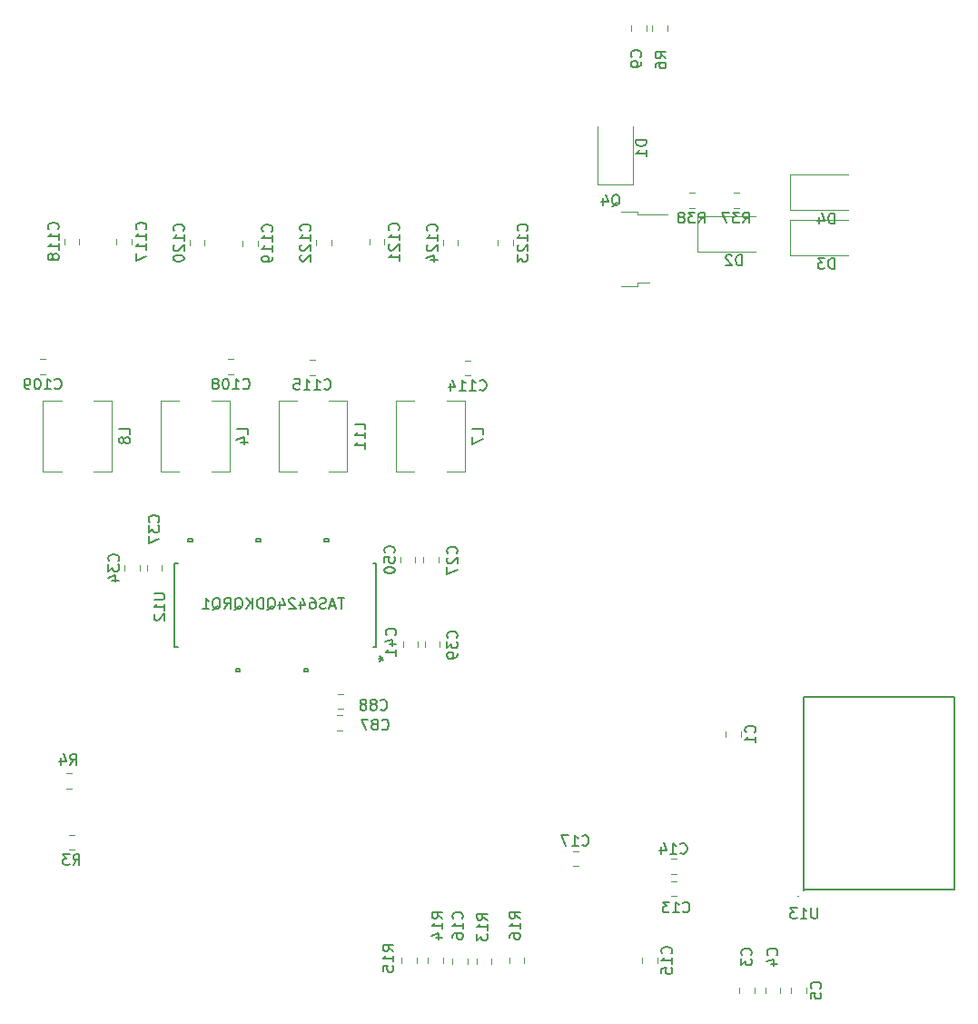
<source format=gbr>
G04 #@! TF.GenerationSoftware,KiCad,Pcbnew,5.0.2+dfsg1-1*
G04 #@! TF.CreationDate,2020-12-14T19:14:29+08:00*
G04 #@! TF.ProjectId,digital-amplifier2,64696769-7461-46c2-9d61-6d706c696669,rev?*
G04 #@! TF.SameCoordinates,Original*
G04 #@! TF.FileFunction,Legend,Bot*
G04 #@! TF.FilePolarity,Positive*
%FSLAX46Y46*%
G04 Gerber Fmt 4.6, Leading zero omitted, Abs format (unit mm)*
G04 Created by KiCad (PCBNEW 5.0.2+dfsg1-1) date 2020年12月14日 星期一 19时14分29秒*
%MOMM*%
%LPD*%
G01*
G04 APERTURE LIST*
%ADD10C,0.152400*%
%ADD11C,0.120000*%
%ADD12C,0.150000*%
G04 APERTURE END LIST*
D10*
G04 #@! TO.C,U12*
X82034420Y-100863771D02*
X82034420Y-100609771D01*
X81653420Y-100863771D02*
X82034420Y-100863771D01*
X81653420Y-100609771D02*
X81653420Y-100863771D01*
X82034420Y-100609771D02*
X81653420Y-100609771D01*
X75684420Y-100863771D02*
X75684420Y-100609771D01*
X75303420Y-100863771D02*
X75684420Y-100863771D01*
X75303420Y-100609771D02*
X75303420Y-100863771D01*
X75684420Y-100609771D02*
X75303420Y-100609771D01*
X69334420Y-100863771D02*
X69334420Y-100609771D01*
X68953420Y-100863771D02*
X69334420Y-100863771D01*
X68953420Y-100609771D02*
X68953420Y-100863771D01*
X69334420Y-100609771D02*
X68953420Y-100609771D01*
X73779420Y-112741771D02*
X73779420Y-112995771D01*
X73398420Y-112741771D02*
X73779420Y-112741771D01*
X73398420Y-112995771D02*
X73398420Y-112741771D01*
X73779420Y-112995771D02*
X73398420Y-112995771D01*
X80129420Y-112741771D02*
X80129420Y-112995771D01*
X79748420Y-112741771D02*
X80129420Y-112741771D01*
X79748420Y-112995771D02*
X79748420Y-112741771D01*
X80129420Y-112995771D02*
X79748420Y-112995771D01*
X86196660Y-102880770D02*
X86478422Y-102880770D01*
X67966180Y-110724772D02*
X67684418Y-110724772D01*
X86478422Y-110724772D02*
X86196660Y-110724772D01*
X86478422Y-102880770D02*
X86478422Y-110724772D01*
X67684418Y-102880770D02*
X67966180Y-102880770D01*
X67684418Y-110724772D02*
X67684418Y-102880770D01*
D11*
G04 #@! TO.C,C39*
X92404000Y-110685078D02*
X92404000Y-110167922D01*
X90984000Y-110685078D02*
X90984000Y-110167922D01*
G04 #@! TO.C,C37*
X65076000Y-103055922D02*
X65076000Y-103573078D01*
X66496000Y-103055922D02*
X66496000Y-103573078D01*
G04 #@! TO.C,C34*
X64400500Y-103055922D02*
X64400500Y-103573078D01*
X62980500Y-103055922D02*
X62980500Y-103573078D01*
G04 #@! TO.C,C50*
X90118000Y-102293922D02*
X90118000Y-102811078D01*
X88698000Y-102293922D02*
X88698000Y-102811078D01*
G04 #@! TO.C,C41*
X90372000Y-110685078D02*
X90372000Y-110167922D01*
X88952000Y-110685078D02*
X88952000Y-110167922D01*
G04 #@! TO.C,D2*
X116424500Y-73849500D02*
X116424500Y-70549500D01*
X116424500Y-70549500D02*
X121824500Y-70549500D01*
X116424500Y-73849500D02*
X121824500Y-73849500D01*
G04 #@! TO.C,Q4*
X109301000Y-70146500D02*
X110801000Y-70146500D01*
X110801000Y-70146500D02*
X110801000Y-70416500D01*
X110801000Y-70416500D02*
X113631000Y-70416500D01*
X109301000Y-77046500D02*
X110801000Y-77046500D01*
X110801000Y-77046500D02*
X110801000Y-76776500D01*
X110801000Y-76776500D02*
X111901000Y-76776500D01*
G04 #@! TO.C,R37*
X119756422Y-69798000D02*
X120273578Y-69798000D01*
X119756422Y-68378000D02*
X120273578Y-68378000D01*
G04 #@! TO.C,R38*
X115628922Y-68378000D02*
X116146078Y-68378000D01*
X115628922Y-69798000D02*
X116146078Y-69798000D01*
D12*
G04 #@! TO.C,U13*
X126347220Y-133357620D02*
X126347220Y-115346480D01*
X126347220Y-115346480D02*
X140337540Y-115346480D01*
X140337540Y-115346480D02*
X140337540Y-133322060D01*
X140337540Y-133322060D02*
X126362460Y-133322060D01*
X125841760Y-133865620D02*
X125844300Y-133863080D01*
D11*
G04 #@! TO.C,C17*
X105287578Y-129719000D02*
X104770422Y-129719000D01*
X105287578Y-131139000D02*
X104770422Y-131139000D01*
G04 #@! TO.C,D4*
X125060500Y-69976000D02*
X130460500Y-69976000D01*
X125060500Y-66676000D02*
X130460500Y-66676000D01*
X125060500Y-69976000D02*
X125060500Y-66676000D01*
G04 #@! TO.C,D1*
X110362000Y-67598500D02*
X110362000Y-62198500D01*
X107062000Y-67598500D02*
X107062000Y-62198500D01*
X110362000Y-67598500D02*
X107062000Y-67598500D01*
G04 #@! TO.C,D3*
X125028500Y-74167000D02*
X125028500Y-70867000D01*
X125028500Y-70867000D02*
X130428500Y-70867000D01*
X125028500Y-74167000D02*
X130428500Y-74167000D01*
G04 #@! TO.C,C16*
X93574800Y-140212578D02*
X93574800Y-139695422D01*
X94994800Y-140212578D02*
X94994800Y-139695422D01*
G04 #@! TO.C,C1*
X120458300Y-119079778D02*
X120458300Y-118562622D01*
X119038300Y-119079778D02*
X119038300Y-118562622D01*
G04 #@! TO.C,C3*
X120282900Y-142930378D02*
X120282900Y-142413222D01*
X121702900Y-142930378D02*
X121702900Y-142413222D01*
G04 #@! TO.C,C4*
X122734000Y-142943078D02*
X122734000Y-142425922D01*
X124154000Y-142943078D02*
X124154000Y-142425922D01*
G04 #@! TO.C,C5*
X126567000Y-142955778D02*
X126567000Y-142438622D01*
X125147000Y-142955778D02*
X125147000Y-142438622D01*
G04 #@! TO.C,C9*
X111644500Y-53293778D02*
X111644500Y-52776622D01*
X110224500Y-53293778D02*
X110224500Y-52776622D01*
G04 #@! TO.C,C13*
X114444278Y-132513000D02*
X113927122Y-132513000D01*
X114444278Y-133933000D02*
X113927122Y-133933000D01*
G04 #@! TO.C,C15*
X112660500Y-140149078D02*
X112660500Y-139631922D01*
X111240500Y-140149078D02*
X111240500Y-139631922D01*
G04 #@! TO.C,C27*
X90857000Y-102293922D02*
X90857000Y-102811078D01*
X92277000Y-102293922D02*
X92277000Y-102811078D01*
G04 #@! TO.C,C14*
X114444278Y-131875600D02*
X113927122Y-131875600D01*
X114444278Y-130455600D02*
X113927122Y-130455600D01*
G04 #@! TO.C,C124*
X94082131Y-72764840D02*
X94082131Y-73281996D01*
X92662131Y-72764840D02*
X92662131Y-73281996D01*
G04 #@! TO.C,C87*
X82829942Y-118481897D02*
X83347098Y-118481897D01*
X82829942Y-117061897D02*
X83347098Y-117061897D01*
G04 #@! TO.C,C88*
X82855342Y-115055297D02*
X83372498Y-115055297D01*
X82855342Y-116475297D02*
X83372498Y-116475297D01*
G04 #@! TO.C,C108*
X72666553Y-83870418D02*
X73183709Y-83870418D01*
X72666553Y-85290418D02*
X73183709Y-85290418D01*
G04 #@! TO.C,C109*
X55113422Y-85292000D02*
X55630578Y-85292000D01*
X55113422Y-83872000D02*
X55630578Y-83872000D01*
G04 #@! TO.C,C123*
X99225631Y-73281996D02*
X99225631Y-72764840D01*
X97805631Y-73281996D02*
X97805631Y-72764840D01*
G04 #@! TO.C,C122*
X82271131Y-72764840D02*
X82271131Y-73281996D01*
X80851131Y-72764840D02*
X80851131Y-73281996D01*
G04 #@! TO.C,C121*
X87224131Y-73218496D02*
X87224131Y-72701340D01*
X85804131Y-73218496D02*
X85804131Y-72701340D01*
G04 #@! TO.C,C120*
X70460131Y-72764840D02*
X70460131Y-73281996D01*
X69040131Y-72764840D02*
X69040131Y-73281996D01*
G04 #@! TO.C,C119*
X75413131Y-73345496D02*
X75413131Y-72828340D01*
X73993131Y-73345496D02*
X73993131Y-72828340D01*
G04 #@! TO.C,C118*
X58776131Y-72637840D02*
X58776131Y-73154996D01*
X57356131Y-72637840D02*
X57356131Y-73154996D01*
G04 #@! TO.C,C117*
X63665631Y-73154996D02*
X63665631Y-72637840D01*
X62245631Y-73154996D02*
X62245631Y-72637840D01*
G04 #@! TO.C,C115*
X80248453Y-85341218D02*
X80765609Y-85341218D01*
X80248453Y-83921218D02*
X80765609Y-83921218D01*
G04 #@! TO.C,C114*
X94737422Y-83999000D02*
X95254578Y-83999000D01*
X94737422Y-85419000D02*
X95254578Y-85419000D01*
G04 #@! TO.C,L11*
X83757402Y-87732325D02*
X82057402Y-87732325D01*
X83757402Y-94332325D02*
X83757402Y-87732325D01*
X82057402Y-94332325D02*
X83757402Y-94332325D01*
X77357402Y-94332325D02*
X79057402Y-94332325D01*
X77357402Y-87732325D02*
X77357402Y-94332325D01*
X79057402Y-87732325D02*
X77357402Y-87732325D01*
G04 #@! TO.C,L8*
X57104546Y-87732325D02*
X55404546Y-87732325D01*
X55404546Y-87732325D02*
X55404546Y-94332325D01*
X55404546Y-94332325D02*
X57104546Y-94332325D01*
X60104546Y-94332325D02*
X61804546Y-94332325D01*
X61804546Y-94332325D02*
X61804546Y-87732325D01*
X61804546Y-87732325D02*
X60104546Y-87732325D01*
G04 #@! TO.C,L7*
X94733830Y-87732325D02*
X93033830Y-87732325D01*
X94733830Y-94332325D02*
X94733830Y-87732325D01*
X93033830Y-94332325D02*
X94733830Y-94332325D01*
X88333830Y-94332325D02*
X90033830Y-94332325D01*
X88333830Y-87732325D02*
X88333830Y-94332325D01*
X90033830Y-87732325D02*
X88333830Y-87732325D01*
G04 #@! TO.C,L4*
X68080974Y-87732325D02*
X66380974Y-87732325D01*
X66380974Y-87732325D02*
X66380974Y-94332325D01*
X66380974Y-94332325D02*
X68080974Y-94332325D01*
X71080974Y-94332325D02*
X72780974Y-94332325D01*
X72780974Y-94332325D02*
X72780974Y-87732325D01*
X72780974Y-87732325D02*
X71080974Y-87732325D01*
G04 #@! TO.C,R13*
X95810000Y-139695422D02*
X95810000Y-140212578D01*
X97230000Y-139695422D02*
X97230000Y-140212578D01*
G04 #@! TO.C,R14*
X91263400Y-140187178D02*
X91263400Y-139670022D01*
X92683400Y-140187178D02*
X92683400Y-139670022D01*
G04 #@! TO.C,R15*
X90219600Y-140161778D02*
X90219600Y-139644622D01*
X88799600Y-140161778D02*
X88799600Y-139644622D01*
G04 #@! TO.C,R16*
X98858000Y-140149078D02*
X98858000Y-139631922D01*
X100278000Y-140149078D02*
X100278000Y-139631922D01*
G04 #@! TO.C,R4*
X57526422Y-122480000D02*
X58043578Y-122480000D01*
X57526422Y-123900000D02*
X58043578Y-123900000D01*
G04 #@! TO.C,R6*
X112193000Y-53281078D02*
X112193000Y-52763922D01*
X113613000Y-53281078D02*
X113613000Y-52763922D01*
G04 #@! TO.C,R3*
X57780422Y-128195000D02*
X58297578Y-128195000D01*
X57780422Y-129615000D02*
X58297578Y-129615000D01*
G04 #@! TO.C,U12*
D12*
X65746380Y-105695904D02*
X66555904Y-105695904D01*
X66651142Y-105743523D01*
X66698761Y-105791142D01*
X66746380Y-105886380D01*
X66746380Y-106076857D01*
X66698761Y-106172095D01*
X66651142Y-106219714D01*
X66555904Y-106267333D01*
X65746380Y-106267333D01*
X66746380Y-107267333D02*
X66746380Y-106695904D01*
X66746380Y-106981619D02*
X65746380Y-106981619D01*
X65889238Y-106886380D01*
X65984476Y-106791142D01*
X66032095Y-106695904D01*
X65841619Y-107648285D02*
X65794000Y-107695904D01*
X65746380Y-107791142D01*
X65746380Y-108029238D01*
X65794000Y-108124476D01*
X65841619Y-108172095D01*
X65936857Y-108219714D01*
X66032095Y-108219714D01*
X66174952Y-108172095D01*
X66746380Y-107600666D01*
X66746380Y-108219714D01*
X83477857Y-106132380D02*
X82906428Y-106132380D01*
X83192142Y-107132380D02*
X83192142Y-106132380D01*
X82620714Y-106846666D02*
X82144523Y-106846666D01*
X82715952Y-107132380D02*
X82382619Y-106132380D01*
X82049285Y-107132380D01*
X81763571Y-107084761D02*
X81620714Y-107132380D01*
X81382619Y-107132380D01*
X81287380Y-107084761D01*
X81239761Y-107037142D01*
X81192142Y-106941904D01*
X81192142Y-106846666D01*
X81239761Y-106751428D01*
X81287380Y-106703809D01*
X81382619Y-106656190D01*
X81573095Y-106608571D01*
X81668333Y-106560952D01*
X81715952Y-106513333D01*
X81763571Y-106418095D01*
X81763571Y-106322857D01*
X81715952Y-106227619D01*
X81668333Y-106180000D01*
X81573095Y-106132380D01*
X81335000Y-106132380D01*
X81192142Y-106180000D01*
X80335000Y-106132380D02*
X80525476Y-106132380D01*
X80620714Y-106180000D01*
X80668333Y-106227619D01*
X80763571Y-106370476D01*
X80811190Y-106560952D01*
X80811190Y-106941904D01*
X80763571Y-107037142D01*
X80715952Y-107084761D01*
X80620714Y-107132380D01*
X80430238Y-107132380D01*
X80335000Y-107084761D01*
X80287380Y-107037142D01*
X80239761Y-106941904D01*
X80239761Y-106703809D01*
X80287380Y-106608571D01*
X80335000Y-106560952D01*
X80430238Y-106513333D01*
X80620714Y-106513333D01*
X80715952Y-106560952D01*
X80763571Y-106608571D01*
X80811190Y-106703809D01*
X79382619Y-106465714D02*
X79382619Y-107132380D01*
X79620714Y-106084761D02*
X79858809Y-106799047D01*
X79239761Y-106799047D01*
X78906428Y-106227619D02*
X78858809Y-106180000D01*
X78763571Y-106132380D01*
X78525476Y-106132380D01*
X78430238Y-106180000D01*
X78382619Y-106227619D01*
X78335000Y-106322857D01*
X78335000Y-106418095D01*
X78382619Y-106560952D01*
X78954047Y-107132380D01*
X78335000Y-107132380D01*
X77477857Y-106465714D02*
X77477857Y-107132380D01*
X77715952Y-106084761D02*
X77954047Y-106799047D01*
X77335000Y-106799047D01*
X76287380Y-107227619D02*
X76382619Y-107180000D01*
X76477857Y-107084761D01*
X76620714Y-106941904D01*
X76715952Y-106894285D01*
X76811190Y-106894285D01*
X76763571Y-107132380D02*
X76858809Y-107084761D01*
X76954047Y-106989523D01*
X77001666Y-106799047D01*
X77001666Y-106465714D01*
X76954047Y-106275238D01*
X76858809Y-106180000D01*
X76763571Y-106132380D01*
X76573095Y-106132380D01*
X76477857Y-106180000D01*
X76382619Y-106275238D01*
X76335000Y-106465714D01*
X76335000Y-106799047D01*
X76382619Y-106989523D01*
X76477857Y-107084761D01*
X76573095Y-107132380D01*
X76763571Y-107132380D01*
X75906428Y-107132380D02*
X75906428Y-106132380D01*
X75668333Y-106132380D01*
X75525476Y-106180000D01*
X75430238Y-106275238D01*
X75382619Y-106370476D01*
X75335000Y-106560952D01*
X75335000Y-106703809D01*
X75382619Y-106894285D01*
X75430238Y-106989523D01*
X75525476Y-107084761D01*
X75668333Y-107132380D01*
X75906428Y-107132380D01*
X74906428Y-107132380D02*
X74906428Y-106132380D01*
X74335000Y-107132380D02*
X74763571Y-106560952D01*
X74335000Y-106132380D02*
X74906428Y-106703809D01*
X73239761Y-107227619D02*
X73335000Y-107180000D01*
X73430238Y-107084761D01*
X73573095Y-106941904D01*
X73668333Y-106894285D01*
X73763571Y-106894285D01*
X73715952Y-107132380D02*
X73811190Y-107084761D01*
X73906428Y-106989523D01*
X73954047Y-106799047D01*
X73954047Y-106465714D01*
X73906428Y-106275238D01*
X73811190Y-106180000D01*
X73715952Y-106132380D01*
X73525476Y-106132380D01*
X73430238Y-106180000D01*
X73335000Y-106275238D01*
X73287380Y-106465714D01*
X73287380Y-106799047D01*
X73335000Y-106989523D01*
X73430238Y-107084761D01*
X73525476Y-107132380D01*
X73715952Y-107132380D01*
X72287380Y-107132380D02*
X72620714Y-106656190D01*
X72858809Y-107132380D02*
X72858809Y-106132380D01*
X72477857Y-106132380D01*
X72382619Y-106180000D01*
X72335000Y-106227619D01*
X72287380Y-106322857D01*
X72287380Y-106465714D01*
X72335000Y-106560952D01*
X72382619Y-106608571D01*
X72477857Y-106656190D01*
X72858809Y-106656190D01*
X71192142Y-107227619D02*
X71287380Y-107180000D01*
X71382619Y-107084761D01*
X71525476Y-106941904D01*
X71620714Y-106894285D01*
X71715952Y-106894285D01*
X71668333Y-107132380D02*
X71763571Y-107084761D01*
X71858809Y-106989523D01*
X71906428Y-106799047D01*
X71906428Y-106465714D01*
X71858809Y-106275238D01*
X71763571Y-106180000D01*
X71668333Y-106132380D01*
X71477857Y-106132380D01*
X71382619Y-106180000D01*
X71287380Y-106275238D01*
X71239761Y-106465714D01*
X71239761Y-106799047D01*
X71287380Y-106989523D01*
X71382619Y-107084761D01*
X71477857Y-107132380D01*
X71668333Y-107132380D01*
X70287380Y-107132380D02*
X70858809Y-107132380D01*
X70573095Y-107132380D02*
X70573095Y-106132380D01*
X70668333Y-106275238D01*
X70763571Y-106370476D01*
X70858809Y-106418095D01*
X86669300Y-111796770D02*
X86907396Y-111796770D01*
X86812158Y-111558674D02*
X86907396Y-111796770D01*
X86812158Y-112034865D01*
X87097872Y-111653912D02*
X86907396Y-111796770D01*
X87097872Y-111939627D01*
X86669300Y-111796770D02*
X86907396Y-111796770D01*
X86812158Y-111558674D02*
X86907396Y-111796770D01*
X86812158Y-112034865D01*
X87097872Y-111653912D02*
X86907396Y-111796770D01*
X87097872Y-111939627D01*
G04 #@! TO.C,C39*
X93956142Y-109847142D02*
X94003761Y-109799523D01*
X94051380Y-109656666D01*
X94051380Y-109561428D01*
X94003761Y-109418571D01*
X93908523Y-109323333D01*
X93813285Y-109275714D01*
X93622809Y-109228095D01*
X93479952Y-109228095D01*
X93289476Y-109275714D01*
X93194238Y-109323333D01*
X93099000Y-109418571D01*
X93051380Y-109561428D01*
X93051380Y-109656666D01*
X93099000Y-109799523D01*
X93146619Y-109847142D01*
X93051380Y-110180476D02*
X93051380Y-110799523D01*
X93432333Y-110466190D01*
X93432333Y-110609047D01*
X93479952Y-110704285D01*
X93527571Y-110751904D01*
X93622809Y-110799523D01*
X93860904Y-110799523D01*
X93956142Y-110751904D01*
X94003761Y-110704285D01*
X94051380Y-110609047D01*
X94051380Y-110323333D01*
X94003761Y-110228095D01*
X93956142Y-110180476D01*
X94051380Y-111275714D02*
X94051380Y-111466190D01*
X94003761Y-111561428D01*
X93956142Y-111609047D01*
X93813285Y-111704285D01*
X93622809Y-111751904D01*
X93241857Y-111751904D01*
X93146619Y-111704285D01*
X93099000Y-111656666D01*
X93051380Y-111561428D01*
X93051380Y-111370952D01*
X93099000Y-111275714D01*
X93146619Y-111228095D01*
X93241857Y-111180476D01*
X93479952Y-111180476D01*
X93575190Y-111228095D01*
X93622809Y-111275714D01*
X93670428Y-111370952D01*
X93670428Y-111561428D01*
X93622809Y-111656666D01*
X93575190Y-111704285D01*
X93479952Y-111751904D01*
G04 #@! TO.C,C37*
X66143142Y-99052142D02*
X66190761Y-99004523D01*
X66238380Y-98861666D01*
X66238380Y-98766428D01*
X66190761Y-98623571D01*
X66095523Y-98528333D01*
X66000285Y-98480714D01*
X65809809Y-98433095D01*
X65666952Y-98433095D01*
X65476476Y-98480714D01*
X65381238Y-98528333D01*
X65286000Y-98623571D01*
X65238380Y-98766428D01*
X65238380Y-98861666D01*
X65286000Y-99004523D01*
X65333619Y-99052142D01*
X65238380Y-99385476D02*
X65238380Y-100004523D01*
X65619333Y-99671190D01*
X65619333Y-99814047D01*
X65666952Y-99909285D01*
X65714571Y-99956904D01*
X65809809Y-100004523D01*
X66047904Y-100004523D01*
X66143142Y-99956904D01*
X66190761Y-99909285D01*
X66238380Y-99814047D01*
X66238380Y-99528333D01*
X66190761Y-99433095D01*
X66143142Y-99385476D01*
X65238380Y-100337857D02*
X65238380Y-101004523D01*
X66238380Y-100575952D01*
G04 #@! TO.C,C34*
X62397642Y-102671642D02*
X62445261Y-102624023D01*
X62492880Y-102481166D01*
X62492880Y-102385928D01*
X62445261Y-102243071D01*
X62350023Y-102147833D01*
X62254785Y-102100214D01*
X62064309Y-102052595D01*
X61921452Y-102052595D01*
X61730976Y-102100214D01*
X61635738Y-102147833D01*
X61540500Y-102243071D01*
X61492880Y-102385928D01*
X61492880Y-102481166D01*
X61540500Y-102624023D01*
X61588119Y-102671642D01*
X61492880Y-103004976D02*
X61492880Y-103624023D01*
X61873833Y-103290690D01*
X61873833Y-103433547D01*
X61921452Y-103528785D01*
X61969071Y-103576404D01*
X62064309Y-103624023D01*
X62302404Y-103624023D01*
X62397642Y-103576404D01*
X62445261Y-103528785D01*
X62492880Y-103433547D01*
X62492880Y-103147833D01*
X62445261Y-103052595D01*
X62397642Y-103004976D01*
X61826214Y-104481166D02*
X62492880Y-104481166D01*
X61445261Y-104243071D02*
X62159547Y-104004976D01*
X62159547Y-104624023D01*
G04 #@! TO.C,C50*
X88115142Y-101909642D02*
X88162761Y-101862023D01*
X88210380Y-101719166D01*
X88210380Y-101623928D01*
X88162761Y-101481071D01*
X88067523Y-101385833D01*
X87972285Y-101338214D01*
X87781809Y-101290595D01*
X87638952Y-101290595D01*
X87448476Y-101338214D01*
X87353238Y-101385833D01*
X87258000Y-101481071D01*
X87210380Y-101623928D01*
X87210380Y-101719166D01*
X87258000Y-101862023D01*
X87305619Y-101909642D01*
X87210380Y-102814404D02*
X87210380Y-102338214D01*
X87686571Y-102290595D01*
X87638952Y-102338214D01*
X87591333Y-102433452D01*
X87591333Y-102671547D01*
X87638952Y-102766785D01*
X87686571Y-102814404D01*
X87781809Y-102862023D01*
X88019904Y-102862023D01*
X88115142Y-102814404D01*
X88162761Y-102766785D01*
X88210380Y-102671547D01*
X88210380Y-102433452D01*
X88162761Y-102338214D01*
X88115142Y-102290595D01*
X87210380Y-103481071D02*
X87210380Y-103576309D01*
X87258000Y-103671547D01*
X87305619Y-103719166D01*
X87400857Y-103766785D01*
X87591333Y-103814404D01*
X87829428Y-103814404D01*
X88019904Y-103766785D01*
X88115142Y-103719166D01*
X88162761Y-103671547D01*
X88210380Y-103576309D01*
X88210380Y-103481071D01*
X88162761Y-103385833D01*
X88115142Y-103338214D01*
X88019904Y-103290595D01*
X87829428Y-103242976D01*
X87591333Y-103242976D01*
X87400857Y-103290595D01*
X87305619Y-103338214D01*
X87258000Y-103385833D01*
X87210380Y-103481071D01*
G04 #@! TO.C,C41*
X88241142Y-109593142D02*
X88288761Y-109545523D01*
X88336380Y-109402666D01*
X88336380Y-109307428D01*
X88288761Y-109164571D01*
X88193523Y-109069333D01*
X88098285Y-109021714D01*
X87907809Y-108974095D01*
X87764952Y-108974095D01*
X87574476Y-109021714D01*
X87479238Y-109069333D01*
X87384000Y-109164571D01*
X87336380Y-109307428D01*
X87336380Y-109402666D01*
X87384000Y-109545523D01*
X87431619Y-109593142D01*
X87669714Y-110450285D02*
X88336380Y-110450285D01*
X87288761Y-110212190D02*
X88003047Y-109974095D01*
X88003047Y-110593142D01*
X88336380Y-111497904D02*
X88336380Y-110926476D01*
X88336380Y-111212190D02*
X87336380Y-111212190D01*
X87479238Y-111116952D01*
X87574476Y-111021714D01*
X87622095Y-110926476D01*
G04 #@! TO.C,D2*
X120562595Y-75151880D02*
X120562595Y-74151880D01*
X120324500Y-74151880D01*
X120181642Y-74199500D01*
X120086404Y-74294738D01*
X120038785Y-74389976D01*
X119991166Y-74580452D01*
X119991166Y-74723309D01*
X120038785Y-74913785D01*
X120086404Y-75009023D01*
X120181642Y-75104261D01*
X120324500Y-75151880D01*
X120562595Y-75151880D01*
X119610214Y-74247119D02*
X119562595Y-74199500D01*
X119467357Y-74151880D01*
X119229261Y-74151880D01*
X119134023Y-74199500D01*
X119086404Y-74247119D01*
X119038785Y-74342357D01*
X119038785Y-74437595D01*
X119086404Y-74580452D01*
X119657833Y-75151880D01*
X119038785Y-75151880D01*
G04 #@! TO.C,Q4*
X108426238Y-69644119D02*
X108521476Y-69596500D01*
X108616714Y-69501261D01*
X108759571Y-69358404D01*
X108854809Y-69310785D01*
X108950047Y-69310785D01*
X108902428Y-69548880D02*
X108997666Y-69501261D01*
X109092904Y-69406023D01*
X109140523Y-69215547D01*
X109140523Y-68882214D01*
X109092904Y-68691738D01*
X108997666Y-68596500D01*
X108902428Y-68548880D01*
X108711952Y-68548880D01*
X108616714Y-68596500D01*
X108521476Y-68691738D01*
X108473857Y-68882214D01*
X108473857Y-69215547D01*
X108521476Y-69406023D01*
X108616714Y-69501261D01*
X108711952Y-69548880D01*
X108902428Y-69548880D01*
X107616714Y-68882214D02*
X107616714Y-69548880D01*
X107854809Y-68501261D02*
X108092904Y-69215547D01*
X107473857Y-69215547D01*
G04 #@! TO.C,R37*
X120657857Y-71190380D02*
X120991190Y-70714190D01*
X121229285Y-71190380D02*
X121229285Y-70190380D01*
X120848333Y-70190380D01*
X120753095Y-70238000D01*
X120705476Y-70285619D01*
X120657857Y-70380857D01*
X120657857Y-70523714D01*
X120705476Y-70618952D01*
X120753095Y-70666571D01*
X120848333Y-70714190D01*
X121229285Y-70714190D01*
X120324523Y-70190380D02*
X119705476Y-70190380D01*
X120038809Y-70571333D01*
X119895952Y-70571333D01*
X119800714Y-70618952D01*
X119753095Y-70666571D01*
X119705476Y-70761809D01*
X119705476Y-70999904D01*
X119753095Y-71095142D01*
X119800714Y-71142761D01*
X119895952Y-71190380D01*
X120181666Y-71190380D01*
X120276904Y-71142761D01*
X120324523Y-71095142D01*
X119372142Y-70190380D02*
X118705476Y-70190380D01*
X119134047Y-71190380D01*
G04 #@! TO.C,R38*
X116530357Y-71190380D02*
X116863690Y-70714190D01*
X117101785Y-71190380D02*
X117101785Y-70190380D01*
X116720833Y-70190380D01*
X116625595Y-70238000D01*
X116577976Y-70285619D01*
X116530357Y-70380857D01*
X116530357Y-70523714D01*
X116577976Y-70618952D01*
X116625595Y-70666571D01*
X116720833Y-70714190D01*
X117101785Y-70714190D01*
X116197023Y-70190380D02*
X115577976Y-70190380D01*
X115911309Y-70571333D01*
X115768452Y-70571333D01*
X115673214Y-70618952D01*
X115625595Y-70666571D01*
X115577976Y-70761809D01*
X115577976Y-70999904D01*
X115625595Y-71095142D01*
X115673214Y-71142761D01*
X115768452Y-71190380D01*
X116054166Y-71190380D01*
X116149404Y-71142761D01*
X116197023Y-71095142D01*
X115006547Y-70618952D02*
X115101785Y-70571333D01*
X115149404Y-70523714D01*
X115197023Y-70428476D01*
X115197023Y-70380857D01*
X115149404Y-70285619D01*
X115101785Y-70238000D01*
X115006547Y-70190380D01*
X114816071Y-70190380D01*
X114720833Y-70238000D01*
X114673214Y-70285619D01*
X114625595Y-70380857D01*
X114625595Y-70428476D01*
X114673214Y-70523714D01*
X114720833Y-70571333D01*
X114816071Y-70618952D01*
X115006547Y-70618952D01*
X115101785Y-70666571D01*
X115149404Y-70714190D01*
X115197023Y-70809428D01*
X115197023Y-70999904D01*
X115149404Y-71095142D01*
X115101785Y-71142761D01*
X115006547Y-71190380D01*
X114816071Y-71190380D01*
X114720833Y-71142761D01*
X114673214Y-71095142D01*
X114625595Y-70999904D01*
X114625595Y-70809428D01*
X114673214Y-70714190D01*
X114720833Y-70666571D01*
X114816071Y-70618952D01*
G04 #@! TO.C,U13*
X127598015Y-135012180D02*
X127598015Y-135821704D01*
X127550396Y-135916942D01*
X127502777Y-135964561D01*
X127407539Y-136012180D01*
X127217062Y-136012180D01*
X127121824Y-135964561D01*
X127074205Y-135916942D01*
X127026586Y-135821704D01*
X127026586Y-135012180D01*
X126026586Y-136012180D02*
X126598015Y-136012180D01*
X126312300Y-136012180D02*
X126312300Y-135012180D01*
X126407539Y-135155038D01*
X126502777Y-135250276D01*
X126598015Y-135297895D01*
X125693253Y-135012180D02*
X125074205Y-135012180D01*
X125407539Y-135393133D01*
X125264681Y-135393133D01*
X125169443Y-135440752D01*
X125121824Y-135488371D01*
X125074205Y-135583609D01*
X125074205Y-135821704D01*
X125121824Y-135916942D01*
X125169443Y-135964561D01*
X125264681Y-136012180D01*
X125550396Y-136012180D01*
X125645634Y-135964561D01*
X125693253Y-135916942D01*
G04 #@! TO.C,C17*
X105671857Y-129136142D02*
X105719476Y-129183761D01*
X105862333Y-129231380D01*
X105957571Y-129231380D01*
X106100428Y-129183761D01*
X106195666Y-129088523D01*
X106243285Y-128993285D01*
X106290904Y-128802809D01*
X106290904Y-128659952D01*
X106243285Y-128469476D01*
X106195666Y-128374238D01*
X106100428Y-128279000D01*
X105957571Y-128231380D01*
X105862333Y-128231380D01*
X105719476Y-128279000D01*
X105671857Y-128326619D01*
X104719476Y-129231380D02*
X105290904Y-129231380D01*
X105005190Y-129231380D02*
X105005190Y-128231380D01*
X105100428Y-128374238D01*
X105195666Y-128469476D01*
X105290904Y-128517095D01*
X104386142Y-128231380D02*
X103719476Y-128231380D01*
X104148047Y-129231380D01*
G04 #@! TO.C,D4*
X129198595Y-71278380D02*
X129198595Y-70278380D01*
X128960500Y-70278380D01*
X128817642Y-70326000D01*
X128722404Y-70421238D01*
X128674785Y-70516476D01*
X128627166Y-70706952D01*
X128627166Y-70849809D01*
X128674785Y-71040285D01*
X128722404Y-71135523D01*
X128817642Y-71230761D01*
X128960500Y-71278380D01*
X129198595Y-71278380D01*
X127770023Y-70611714D02*
X127770023Y-71278380D01*
X128008119Y-70230761D02*
X128246214Y-70945047D01*
X127627166Y-70945047D01*
G04 #@! TO.C,D1*
X111664380Y-63460404D02*
X110664380Y-63460404D01*
X110664380Y-63698500D01*
X110712000Y-63841357D01*
X110807238Y-63936595D01*
X110902476Y-63984214D01*
X111092952Y-64031833D01*
X111235809Y-64031833D01*
X111426285Y-63984214D01*
X111521523Y-63936595D01*
X111616761Y-63841357D01*
X111664380Y-63698500D01*
X111664380Y-63460404D01*
X111664380Y-64984214D02*
X111664380Y-64412785D01*
X111664380Y-64698500D02*
X110664380Y-64698500D01*
X110807238Y-64603261D01*
X110902476Y-64508023D01*
X110950095Y-64412785D01*
G04 #@! TO.C,D3*
X129166595Y-75469380D02*
X129166595Y-74469380D01*
X128928500Y-74469380D01*
X128785642Y-74517000D01*
X128690404Y-74612238D01*
X128642785Y-74707476D01*
X128595166Y-74897952D01*
X128595166Y-75040809D01*
X128642785Y-75231285D01*
X128690404Y-75326523D01*
X128785642Y-75421761D01*
X128928500Y-75469380D01*
X129166595Y-75469380D01*
X128261833Y-74469380D02*
X127642785Y-74469380D01*
X127976119Y-74850333D01*
X127833261Y-74850333D01*
X127738023Y-74897952D01*
X127690404Y-74945571D01*
X127642785Y-75040809D01*
X127642785Y-75278904D01*
X127690404Y-75374142D01*
X127738023Y-75421761D01*
X127833261Y-75469380D01*
X128118976Y-75469380D01*
X128214214Y-75421761D01*
X128261833Y-75374142D01*
G04 #@! TO.C,C16*
X94464142Y-136009142D02*
X94511761Y-135961523D01*
X94559380Y-135818666D01*
X94559380Y-135723428D01*
X94511761Y-135580571D01*
X94416523Y-135485333D01*
X94321285Y-135437714D01*
X94130809Y-135390095D01*
X93987952Y-135390095D01*
X93797476Y-135437714D01*
X93702238Y-135485333D01*
X93607000Y-135580571D01*
X93559380Y-135723428D01*
X93559380Y-135818666D01*
X93607000Y-135961523D01*
X93654619Y-136009142D01*
X94559380Y-136961523D02*
X94559380Y-136390095D01*
X94559380Y-136675809D02*
X93559380Y-136675809D01*
X93702238Y-136580571D01*
X93797476Y-136485333D01*
X93845095Y-136390095D01*
X93559380Y-137818666D02*
X93559380Y-137628190D01*
X93607000Y-137532952D01*
X93654619Y-137485333D01*
X93797476Y-137390095D01*
X93987952Y-137342476D01*
X94368904Y-137342476D01*
X94464142Y-137390095D01*
X94511761Y-137437714D01*
X94559380Y-137532952D01*
X94559380Y-137723428D01*
X94511761Y-137818666D01*
X94464142Y-137866285D01*
X94368904Y-137913904D01*
X94130809Y-137913904D01*
X94035571Y-137866285D01*
X93987952Y-137818666D01*
X93940333Y-137723428D01*
X93940333Y-137532952D01*
X93987952Y-137437714D01*
X94035571Y-137390095D01*
X94130809Y-137342476D01*
G04 #@! TO.C,C1*
X121755442Y-118654533D02*
X121803061Y-118606914D01*
X121850680Y-118464057D01*
X121850680Y-118368819D01*
X121803061Y-118225961D01*
X121707823Y-118130723D01*
X121612585Y-118083104D01*
X121422109Y-118035485D01*
X121279252Y-118035485D01*
X121088776Y-118083104D01*
X120993538Y-118130723D01*
X120898300Y-118225961D01*
X120850680Y-118368819D01*
X120850680Y-118464057D01*
X120898300Y-118606914D01*
X120945919Y-118654533D01*
X121850680Y-119606914D02*
X121850680Y-119035485D01*
X121850680Y-119321200D02*
X120850680Y-119321200D01*
X120993538Y-119225961D01*
X121088776Y-119130723D01*
X121136395Y-119035485D01*
G04 #@! TO.C,C3*
X121388142Y-139406333D02*
X121435761Y-139358714D01*
X121483380Y-139215857D01*
X121483380Y-139120619D01*
X121435761Y-138977761D01*
X121340523Y-138882523D01*
X121245285Y-138834904D01*
X121054809Y-138787285D01*
X120911952Y-138787285D01*
X120721476Y-138834904D01*
X120626238Y-138882523D01*
X120531000Y-138977761D01*
X120483380Y-139120619D01*
X120483380Y-139215857D01*
X120531000Y-139358714D01*
X120578619Y-139406333D01*
X120483380Y-139739666D02*
X120483380Y-140358714D01*
X120864333Y-140025380D01*
X120864333Y-140168238D01*
X120911952Y-140263476D01*
X120959571Y-140311095D01*
X121054809Y-140358714D01*
X121292904Y-140358714D01*
X121388142Y-140311095D01*
X121435761Y-140263476D01*
X121483380Y-140168238D01*
X121483380Y-139882523D01*
X121435761Y-139787285D01*
X121388142Y-139739666D01*
G04 #@! TO.C,C4*
X123801142Y-139406333D02*
X123848761Y-139358714D01*
X123896380Y-139215857D01*
X123896380Y-139120619D01*
X123848761Y-138977761D01*
X123753523Y-138882523D01*
X123658285Y-138834904D01*
X123467809Y-138787285D01*
X123324952Y-138787285D01*
X123134476Y-138834904D01*
X123039238Y-138882523D01*
X122944000Y-138977761D01*
X122896380Y-139120619D01*
X122896380Y-139215857D01*
X122944000Y-139358714D01*
X122991619Y-139406333D01*
X123229714Y-140263476D02*
X123896380Y-140263476D01*
X122848761Y-140025380D02*
X123563047Y-139787285D01*
X123563047Y-140406333D01*
G04 #@! TO.C,C5*
X127864142Y-142530533D02*
X127911761Y-142482914D01*
X127959380Y-142340057D01*
X127959380Y-142244819D01*
X127911761Y-142101961D01*
X127816523Y-142006723D01*
X127721285Y-141959104D01*
X127530809Y-141911485D01*
X127387952Y-141911485D01*
X127197476Y-141959104D01*
X127102238Y-142006723D01*
X127007000Y-142101961D01*
X126959380Y-142244819D01*
X126959380Y-142340057D01*
X127007000Y-142482914D01*
X127054619Y-142530533D01*
X126959380Y-143435295D02*
X126959380Y-142959104D01*
X127435571Y-142911485D01*
X127387952Y-142959104D01*
X127340333Y-143054342D01*
X127340333Y-143292438D01*
X127387952Y-143387676D01*
X127435571Y-143435295D01*
X127530809Y-143482914D01*
X127768904Y-143482914D01*
X127864142Y-143435295D01*
X127911761Y-143387676D01*
X127959380Y-143292438D01*
X127959380Y-143054342D01*
X127911761Y-142959104D01*
X127864142Y-142911485D01*
G04 #@! TO.C,C9*
X111101142Y-55713333D02*
X111148761Y-55665714D01*
X111196380Y-55522857D01*
X111196380Y-55427619D01*
X111148761Y-55284761D01*
X111053523Y-55189523D01*
X110958285Y-55141904D01*
X110767809Y-55094285D01*
X110624952Y-55094285D01*
X110434476Y-55141904D01*
X110339238Y-55189523D01*
X110244000Y-55284761D01*
X110196380Y-55427619D01*
X110196380Y-55522857D01*
X110244000Y-55665714D01*
X110291619Y-55713333D01*
X111196380Y-56189523D02*
X111196380Y-56380000D01*
X111148761Y-56475238D01*
X111101142Y-56522857D01*
X110958285Y-56618095D01*
X110767809Y-56665714D01*
X110386857Y-56665714D01*
X110291619Y-56618095D01*
X110244000Y-56570476D01*
X110196380Y-56475238D01*
X110196380Y-56284761D01*
X110244000Y-56189523D01*
X110291619Y-56141904D01*
X110386857Y-56094285D01*
X110624952Y-56094285D01*
X110720190Y-56141904D01*
X110767809Y-56189523D01*
X110815428Y-56284761D01*
X110815428Y-56475238D01*
X110767809Y-56570476D01*
X110720190Y-56618095D01*
X110624952Y-56665714D01*
G04 #@! TO.C,C13*
X115069857Y-135358142D02*
X115117476Y-135405761D01*
X115260333Y-135453380D01*
X115355571Y-135453380D01*
X115498428Y-135405761D01*
X115593666Y-135310523D01*
X115641285Y-135215285D01*
X115688904Y-135024809D01*
X115688904Y-134881952D01*
X115641285Y-134691476D01*
X115593666Y-134596238D01*
X115498428Y-134501000D01*
X115355571Y-134453380D01*
X115260333Y-134453380D01*
X115117476Y-134501000D01*
X115069857Y-134548619D01*
X114117476Y-135453380D02*
X114688904Y-135453380D01*
X114403190Y-135453380D02*
X114403190Y-134453380D01*
X114498428Y-134596238D01*
X114593666Y-134691476D01*
X114688904Y-134739095D01*
X113784142Y-134453380D02*
X113165095Y-134453380D01*
X113498428Y-134834333D01*
X113355571Y-134834333D01*
X113260333Y-134881952D01*
X113212714Y-134929571D01*
X113165095Y-135024809D01*
X113165095Y-135262904D01*
X113212714Y-135358142D01*
X113260333Y-135405761D01*
X113355571Y-135453380D01*
X113641285Y-135453380D01*
X113736523Y-135405761D01*
X113784142Y-135358142D01*
G04 #@! TO.C,C15*
X113957642Y-139247642D02*
X114005261Y-139200023D01*
X114052880Y-139057166D01*
X114052880Y-138961928D01*
X114005261Y-138819071D01*
X113910023Y-138723833D01*
X113814785Y-138676214D01*
X113624309Y-138628595D01*
X113481452Y-138628595D01*
X113290976Y-138676214D01*
X113195738Y-138723833D01*
X113100500Y-138819071D01*
X113052880Y-138961928D01*
X113052880Y-139057166D01*
X113100500Y-139200023D01*
X113148119Y-139247642D01*
X114052880Y-140200023D02*
X114052880Y-139628595D01*
X114052880Y-139914309D02*
X113052880Y-139914309D01*
X113195738Y-139819071D01*
X113290976Y-139723833D01*
X113338595Y-139628595D01*
X113052880Y-141104785D02*
X113052880Y-140628595D01*
X113529071Y-140580976D01*
X113481452Y-140628595D01*
X113433833Y-140723833D01*
X113433833Y-140961928D01*
X113481452Y-141057166D01*
X113529071Y-141104785D01*
X113624309Y-141152404D01*
X113862404Y-141152404D01*
X113957642Y-141104785D01*
X114005261Y-141057166D01*
X114052880Y-140961928D01*
X114052880Y-140723833D01*
X114005261Y-140628595D01*
X113957642Y-140580976D01*
G04 #@! TO.C,C27*
X93956142Y-101973142D02*
X94003761Y-101925523D01*
X94051380Y-101782666D01*
X94051380Y-101687428D01*
X94003761Y-101544571D01*
X93908523Y-101449333D01*
X93813285Y-101401714D01*
X93622809Y-101354095D01*
X93479952Y-101354095D01*
X93289476Y-101401714D01*
X93194238Y-101449333D01*
X93099000Y-101544571D01*
X93051380Y-101687428D01*
X93051380Y-101782666D01*
X93099000Y-101925523D01*
X93146619Y-101973142D01*
X93146619Y-102354095D02*
X93099000Y-102401714D01*
X93051380Y-102496952D01*
X93051380Y-102735047D01*
X93099000Y-102830285D01*
X93146619Y-102877904D01*
X93241857Y-102925523D01*
X93337095Y-102925523D01*
X93479952Y-102877904D01*
X94051380Y-102306476D01*
X94051380Y-102925523D01*
X93051380Y-103258857D02*
X93051380Y-103925523D01*
X94051380Y-103496952D01*
G04 #@! TO.C,C14*
X114828557Y-129872742D02*
X114876176Y-129920361D01*
X115019033Y-129967980D01*
X115114271Y-129967980D01*
X115257128Y-129920361D01*
X115352366Y-129825123D01*
X115399985Y-129729885D01*
X115447604Y-129539409D01*
X115447604Y-129396552D01*
X115399985Y-129206076D01*
X115352366Y-129110838D01*
X115257128Y-129015600D01*
X115114271Y-128967980D01*
X115019033Y-128967980D01*
X114876176Y-129015600D01*
X114828557Y-129063219D01*
X113876176Y-129967980D02*
X114447604Y-129967980D01*
X114161890Y-129967980D02*
X114161890Y-128967980D01*
X114257128Y-129110838D01*
X114352366Y-129206076D01*
X114447604Y-129253695D01*
X113019033Y-129301314D02*
X113019033Y-129967980D01*
X113257128Y-128920361D02*
X113495223Y-129634647D01*
X112876176Y-129634647D01*
G04 #@! TO.C,C124*
X92079273Y-71904370D02*
X92126892Y-71856751D01*
X92174511Y-71713894D01*
X92174511Y-71618656D01*
X92126892Y-71475798D01*
X92031654Y-71380560D01*
X91936416Y-71332941D01*
X91745940Y-71285322D01*
X91603083Y-71285322D01*
X91412607Y-71332941D01*
X91317369Y-71380560D01*
X91222131Y-71475798D01*
X91174511Y-71618656D01*
X91174511Y-71713894D01*
X91222131Y-71856751D01*
X91269750Y-71904370D01*
X92174511Y-72856751D02*
X92174511Y-72285322D01*
X92174511Y-72571037D02*
X91174511Y-72571037D01*
X91317369Y-72475798D01*
X91412607Y-72380560D01*
X91460226Y-72285322D01*
X91269750Y-73237703D02*
X91222131Y-73285322D01*
X91174511Y-73380560D01*
X91174511Y-73618656D01*
X91222131Y-73713894D01*
X91269750Y-73761513D01*
X91364988Y-73809132D01*
X91460226Y-73809132D01*
X91603083Y-73761513D01*
X92174511Y-73190084D01*
X92174511Y-73809132D01*
X91507845Y-74666275D02*
X92174511Y-74666275D01*
X91126892Y-74428179D02*
X91841178Y-74190084D01*
X91841178Y-74809132D01*
G04 #@! TO.C,C87*
X87002857Y-118340142D02*
X87050476Y-118387761D01*
X87193333Y-118435380D01*
X87288571Y-118435380D01*
X87431428Y-118387761D01*
X87526666Y-118292523D01*
X87574285Y-118197285D01*
X87621904Y-118006809D01*
X87621904Y-117863952D01*
X87574285Y-117673476D01*
X87526666Y-117578238D01*
X87431428Y-117483000D01*
X87288571Y-117435380D01*
X87193333Y-117435380D01*
X87050476Y-117483000D01*
X87002857Y-117530619D01*
X86431428Y-117863952D02*
X86526666Y-117816333D01*
X86574285Y-117768714D01*
X86621904Y-117673476D01*
X86621904Y-117625857D01*
X86574285Y-117530619D01*
X86526666Y-117483000D01*
X86431428Y-117435380D01*
X86240952Y-117435380D01*
X86145714Y-117483000D01*
X86098095Y-117530619D01*
X86050476Y-117625857D01*
X86050476Y-117673476D01*
X86098095Y-117768714D01*
X86145714Y-117816333D01*
X86240952Y-117863952D01*
X86431428Y-117863952D01*
X86526666Y-117911571D01*
X86574285Y-117959190D01*
X86621904Y-118054428D01*
X86621904Y-118244904D01*
X86574285Y-118340142D01*
X86526666Y-118387761D01*
X86431428Y-118435380D01*
X86240952Y-118435380D01*
X86145714Y-118387761D01*
X86098095Y-118340142D01*
X86050476Y-118244904D01*
X86050476Y-118054428D01*
X86098095Y-117959190D01*
X86145714Y-117911571D01*
X86240952Y-117863952D01*
X85717142Y-117435380D02*
X85050476Y-117435380D01*
X85479047Y-118435380D01*
G04 #@! TO.C,C88*
X86875857Y-116498642D02*
X86923476Y-116546261D01*
X87066333Y-116593880D01*
X87161571Y-116593880D01*
X87304428Y-116546261D01*
X87399666Y-116451023D01*
X87447285Y-116355785D01*
X87494904Y-116165309D01*
X87494904Y-116022452D01*
X87447285Y-115831976D01*
X87399666Y-115736738D01*
X87304428Y-115641500D01*
X87161571Y-115593880D01*
X87066333Y-115593880D01*
X86923476Y-115641500D01*
X86875857Y-115689119D01*
X86304428Y-116022452D02*
X86399666Y-115974833D01*
X86447285Y-115927214D01*
X86494904Y-115831976D01*
X86494904Y-115784357D01*
X86447285Y-115689119D01*
X86399666Y-115641500D01*
X86304428Y-115593880D01*
X86113952Y-115593880D01*
X86018714Y-115641500D01*
X85971095Y-115689119D01*
X85923476Y-115784357D01*
X85923476Y-115831976D01*
X85971095Y-115927214D01*
X86018714Y-115974833D01*
X86113952Y-116022452D01*
X86304428Y-116022452D01*
X86399666Y-116070071D01*
X86447285Y-116117690D01*
X86494904Y-116212928D01*
X86494904Y-116403404D01*
X86447285Y-116498642D01*
X86399666Y-116546261D01*
X86304428Y-116593880D01*
X86113952Y-116593880D01*
X86018714Y-116546261D01*
X85971095Y-116498642D01*
X85923476Y-116403404D01*
X85923476Y-116212928D01*
X85971095Y-116117690D01*
X86018714Y-116070071D01*
X86113952Y-116022452D01*
X85352047Y-116022452D02*
X85447285Y-115974833D01*
X85494904Y-115927214D01*
X85542523Y-115831976D01*
X85542523Y-115784357D01*
X85494904Y-115689119D01*
X85447285Y-115641500D01*
X85352047Y-115593880D01*
X85161571Y-115593880D01*
X85066333Y-115641500D01*
X85018714Y-115689119D01*
X84971095Y-115784357D01*
X84971095Y-115831976D01*
X85018714Y-115927214D01*
X85066333Y-115974833D01*
X85161571Y-116022452D01*
X85352047Y-116022452D01*
X85447285Y-116070071D01*
X85494904Y-116117690D01*
X85542523Y-116212928D01*
X85542523Y-116403404D01*
X85494904Y-116498642D01*
X85447285Y-116546261D01*
X85352047Y-116593880D01*
X85161571Y-116593880D01*
X85066333Y-116546261D01*
X85018714Y-116498642D01*
X84971095Y-116403404D01*
X84971095Y-116212928D01*
X85018714Y-116117690D01*
X85066333Y-116070071D01*
X85161571Y-116022452D01*
G04 #@! TO.C,C108*
X74044178Y-86587560D02*
X74091797Y-86635179D01*
X74234654Y-86682798D01*
X74329892Y-86682798D01*
X74472750Y-86635179D01*
X74567988Y-86539941D01*
X74615607Y-86444703D01*
X74663226Y-86254227D01*
X74663226Y-86111370D01*
X74615607Y-85920894D01*
X74567988Y-85825656D01*
X74472750Y-85730418D01*
X74329892Y-85682798D01*
X74234654Y-85682798D01*
X74091797Y-85730418D01*
X74044178Y-85778037D01*
X73091797Y-86682798D02*
X73663226Y-86682798D01*
X73377511Y-86682798D02*
X73377511Y-85682798D01*
X73472750Y-85825656D01*
X73567988Y-85920894D01*
X73663226Y-85968513D01*
X72472750Y-85682798D02*
X72377511Y-85682798D01*
X72282273Y-85730418D01*
X72234654Y-85778037D01*
X72187035Y-85873275D01*
X72139416Y-86063751D01*
X72139416Y-86301846D01*
X72187035Y-86492322D01*
X72234654Y-86587560D01*
X72282273Y-86635179D01*
X72377511Y-86682798D01*
X72472750Y-86682798D01*
X72567988Y-86635179D01*
X72615607Y-86587560D01*
X72663226Y-86492322D01*
X72710845Y-86301846D01*
X72710845Y-86063751D01*
X72663226Y-85873275D01*
X72615607Y-85778037D01*
X72567988Y-85730418D01*
X72472750Y-85682798D01*
X71567988Y-86111370D02*
X71663226Y-86063751D01*
X71710845Y-86016132D01*
X71758464Y-85920894D01*
X71758464Y-85873275D01*
X71710845Y-85778037D01*
X71663226Y-85730418D01*
X71567988Y-85682798D01*
X71377511Y-85682798D01*
X71282273Y-85730418D01*
X71234654Y-85778037D01*
X71187035Y-85873275D01*
X71187035Y-85920894D01*
X71234654Y-86016132D01*
X71282273Y-86063751D01*
X71377511Y-86111370D01*
X71567988Y-86111370D01*
X71663226Y-86158989D01*
X71710845Y-86206608D01*
X71758464Y-86301846D01*
X71758464Y-86492322D01*
X71710845Y-86587560D01*
X71663226Y-86635179D01*
X71567988Y-86682798D01*
X71377511Y-86682798D01*
X71282273Y-86635179D01*
X71234654Y-86587560D01*
X71187035Y-86492322D01*
X71187035Y-86301846D01*
X71234654Y-86206608D01*
X71282273Y-86158989D01*
X71377511Y-86111370D01*
G04 #@! TO.C,C109*
X56491047Y-86589142D02*
X56538666Y-86636761D01*
X56681523Y-86684380D01*
X56776761Y-86684380D01*
X56919619Y-86636761D01*
X57014857Y-86541523D01*
X57062476Y-86446285D01*
X57110095Y-86255809D01*
X57110095Y-86112952D01*
X57062476Y-85922476D01*
X57014857Y-85827238D01*
X56919619Y-85732000D01*
X56776761Y-85684380D01*
X56681523Y-85684380D01*
X56538666Y-85732000D01*
X56491047Y-85779619D01*
X55538666Y-86684380D02*
X56110095Y-86684380D01*
X55824380Y-86684380D02*
X55824380Y-85684380D01*
X55919619Y-85827238D01*
X56014857Y-85922476D01*
X56110095Y-85970095D01*
X54919619Y-85684380D02*
X54824380Y-85684380D01*
X54729142Y-85732000D01*
X54681523Y-85779619D01*
X54633904Y-85874857D01*
X54586285Y-86065333D01*
X54586285Y-86303428D01*
X54633904Y-86493904D01*
X54681523Y-86589142D01*
X54729142Y-86636761D01*
X54824380Y-86684380D01*
X54919619Y-86684380D01*
X55014857Y-86636761D01*
X55062476Y-86589142D01*
X55110095Y-86493904D01*
X55157714Y-86303428D01*
X55157714Y-86065333D01*
X55110095Y-85874857D01*
X55062476Y-85779619D01*
X55014857Y-85732000D01*
X54919619Y-85684380D01*
X54110095Y-86684380D02*
X53919619Y-86684380D01*
X53824380Y-86636761D01*
X53776761Y-86589142D01*
X53681523Y-86446285D01*
X53633904Y-86255809D01*
X53633904Y-85874857D01*
X53681523Y-85779619D01*
X53729142Y-85732000D01*
X53824380Y-85684380D01*
X54014857Y-85684380D01*
X54110095Y-85732000D01*
X54157714Y-85779619D01*
X54205333Y-85874857D01*
X54205333Y-86112952D01*
X54157714Y-86208190D01*
X54110095Y-86255809D01*
X54014857Y-86303428D01*
X53824380Y-86303428D01*
X53729142Y-86255809D01*
X53681523Y-86208190D01*
X53633904Y-86112952D01*
G04 #@! TO.C,C123*
X100522773Y-71904370D02*
X100570392Y-71856751D01*
X100618011Y-71713894D01*
X100618011Y-71618656D01*
X100570392Y-71475798D01*
X100475154Y-71380560D01*
X100379916Y-71332941D01*
X100189440Y-71285322D01*
X100046583Y-71285322D01*
X99856107Y-71332941D01*
X99760869Y-71380560D01*
X99665631Y-71475798D01*
X99618011Y-71618656D01*
X99618011Y-71713894D01*
X99665631Y-71856751D01*
X99713250Y-71904370D01*
X100618011Y-72856751D02*
X100618011Y-72285322D01*
X100618011Y-72571037D02*
X99618011Y-72571037D01*
X99760869Y-72475798D01*
X99856107Y-72380560D01*
X99903726Y-72285322D01*
X99713250Y-73237703D02*
X99665631Y-73285322D01*
X99618011Y-73380560D01*
X99618011Y-73618656D01*
X99665631Y-73713894D01*
X99713250Y-73761513D01*
X99808488Y-73809132D01*
X99903726Y-73809132D01*
X100046583Y-73761513D01*
X100618011Y-73190084D01*
X100618011Y-73809132D01*
X99618011Y-74142465D02*
X99618011Y-74761513D01*
X99998964Y-74428179D01*
X99998964Y-74571037D01*
X100046583Y-74666275D01*
X100094202Y-74713894D01*
X100189440Y-74761513D01*
X100427535Y-74761513D01*
X100522773Y-74713894D01*
X100570392Y-74666275D01*
X100618011Y-74571037D01*
X100618011Y-74285322D01*
X100570392Y-74190084D01*
X100522773Y-74142465D01*
G04 #@! TO.C,C122*
X80268273Y-71904370D02*
X80315892Y-71856751D01*
X80363511Y-71713894D01*
X80363511Y-71618656D01*
X80315892Y-71475798D01*
X80220654Y-71380560D01*
X80125416Y-71332941D01*
X79934940Y-71285322D01*
X79792083Y-71285322D01*
X79601607Y-71332941D01*
X79506369Y-71380560D01*
X79411131Y-71475798D01*
X79363511Y-71618656D01*
X79363511Y-71713894D01*
X79411131Y-71856751D01*
X79458750Y-71904370D01*
X80363511Y-72856751D02*
X80363511Y-72285322D01*
X80363511Y-72571037D02*
X79363511Y-72571037D01*
X79506369Y-72475798D01*
X79601607Y-72380560D01*
X79649226Y-72285322D01*
X79458750Y-73237703D02*
X79411131Y-73285322D01*
X79363511Y-73380560D01*
X79363511Y-73618656D01*
X79411131Y-73713894D01*
X79458750Y-73761513D01*
X79553988Y-73809132D01*
X79649226Y-73809132D01*
X79792083Y-73761513D01*
X80363511Y-73190084D01*
X80363511Y-73809132D01*
X79458750Y-74190084D02*
X79411131Y-74237703D01*
X79363511Y-74332941D01*
X79363511Y-74571037D01*
X79411131Y-74666275D01*
X79458750Y-74713894D01*
X79553988Y-74761513D01*
X79649226Y-74761513D01*
X79792083Y-74713894D01*
X80363511Y-74142465D01*
X80363511Y-74761513D01*
G04 #@! TO.C,C121*
X88521273Y-71840870D02*
X88568892Y-71793251D01*
X88616511Y-71650394D01*
X88616511Y-71555156D01*
X88568892Y-71412298D01*
X88473654Y-71317060D01*
X88378416Y-71269441D01*
X88187940Y-71221822D01*
X88045083Y-71221822D01*
X87854607Y-71269441D01*
X87759369Y-71317060D01*
X87664131Y-71412298D01*
X87616511Y-71555156D01*
X87616511Y-71650394D01*
X87664131Y-71793251D01*
X87711750Y-71840870D01*
X88616511Y-72793251D02*
X88616511Y-72221822D01*
X88616511Y-72507537D02*
X87616511Y-72507537D01*
X87759369Y-72412298D01*
X87854607Y-72317060D01*
X87902226Y-72221822D01*
X87711750Y-73174203D02*
X87664131Y-73221822D01*
X87616511Y-73317060D01*
X87616511Y-73555156D01*
X87664131Y-73650394D01*
X87711750Y-73698013D01*
X87806988Y-73745632D01*
X87902226Y-73745632D01*
X88045083Y-73698013D01*
X88616511Y-73126584D01*
X88616511Y-73745632D01*
X88616511Y-74698013D02*
X88616511Y-74126584D01*
X88616511Y-74412298D02*
X87616511Y-74412298D01*
X87759369Y-74317060D01*
X87854607Y-74221822D01*
X87902226Y-74126584D01*
G04 #@! TO.C,C120*
X68457273Y-71904370D02*
X68504892Y-71856751D01*
X68552511Y-71713894D01*
X68552511Y-71618656D01*
X68504892Y-71475798D01*
X68409654Y-71380560D01*
X68314416Y-71332941D01*
X68123940Y-71285322D01*
X67981083Y-71285322D01*
X67790607Y-71332941D01*
X67695369Y-71380560D01*
X67600131Y-71475798D01*
X67552511Y-71618656D01*
X67552511Y-71713894D01*
X67600131Y-71856751D01*
X67647750Y-71904370D01*
X68552511Y-72856751D02*
X68552511Y-72285322D01*
X68552511Y-72571037D02*
X67552511Y-72571037D01*
X67695369Y-72475798D01*
X67790607Y-72380560D01*
X67838226Y-72285322D01*
X67647750Y-73237703D02*
X67600131Y-73285322D01*
X67552511Y-73380560D01*
X67552511Y-73618656D01*
X67600131Y-73713894D01*
X67647750Y-73761513D01*
X67742988Y-73809132D01*
X67838226Y-73809132D01*
X67981083Y-73761513D01*
X68552511Y-73190084D01*
X68552511Y-73809132D01*
X67552511Y-74428179D02*
X67552511Y-74523418D01*
X67600131Y-74618656D01*
X67647750Y-74666275D01*
X67742988Y-74713894D01*
X67933464Y-74761513D01*
X68171559Y-74761513D01*
X68362035Y-74713894D01*
X68457273Y-74666275D01*
X68504892Y-74618656D01*
X68552511Y-74523418D01*
X68552511Y-74428179D01*
X68504892Y-74332941D01*
X68457273Y-74285322D01*
X68362035Y-74237703D01*
X68171559Y-74190084D01*
X67933464Y-74190084D01*
X67742988Y-74237703D01*
X67647750Y-74285322D01*
X67600131Y-74332941D01*
X67552511Y-74428179D01*
G04 #@! TO.C,C119*
X76710273Y-71967870D02*
X76757892Y-71920251D01*
X76805511Y-71777394D01*
X76805511Y-71682156D01*
X76757892Y-71539298D01*
X76662654Y-71444060D01*
X76567416Y-71396441D01*
X76376940Y-71348822D01*
X76234083Y-71348822D01*
X76043607Y-71396441D01*
X75948369Y-71444060D01*
X75853131Y-71539298D01*
X75805511Y-71682156D01*
X75805511Y-71777394D01*
X75853131Y-71920251D01*
X75900750Y-71967870D01*
X76805511Y-72920251D02*
X76805511Y-72348822D01*
X76805511Y-72634537D02*
X75805511Y-72634537D01*
X75948369Y-72539298D01*
X76043607Y-72444060D01*
X76091226Y-72348822D01*
X76805511Y-73872632D02*
X76805511Y-73301203D01*
X76805511Y-73586918D02*
X75805511Y-73586918D01*
X75948369Y-73491679D01*
X76043607Y-73396441D01*
X76091226Y-73301203D01*
X76805511Y-74348822D02*
X76805511Y-74539298D01*
X76757892Y-74634537D01*
X76710273Y-74682156D01*
X76567416Y-74777394D01*
X76376940Y-74825013D01*
X75995988Y-74825013D01*
X75900750Y-74777394D01*
X75853131Y-74729775D01*
X75805511Y-74634537D01*
X75805511Y-74444060D01*
X75853131Y-74348822D01*
X75900750Y-74301203D01*
X75995988Y-74253584D01*
X76234083Y-74253584D01*
X76329321Y-74301203D01*
X76376940Y-74348822D01*
X76424559Y-74444060D01*
X76424559Y-74634537D01*
X76376940Y-74729775D01*
X76329321Y-74777394D01*
X76234083Y-74825013D01*
G04 #@! TO.C,C118*
X56773273Y-71777370D02*
X56820892Y-71729751D01*
X56868511Y-71586894D01*
X56868511Y-71491656D01*
X56820892Y-71348798D01*
X56725654Y-71253560D01*
X56630416Y-71205941D01*
X56439940Y-71158322D01*
X56297083Y-71158322D01*
X56106607Y-71205941D01*
X56011369Y-71253560D01*
X55916131Y-71348798D01*
X55868511Y-71491656D01*
X55868511Y-71586894D01*
X55916131Y-71729751D01*
X55963750Y-71777370D01*
X56868511Y-72729751D02*
X56868511Y-72158322D01*
X56868511Y-72444037D02*
X55868511Y-72444037D01*
X56011369Y-72348798D01*
X56106607Y-72253560D01*
X56154226Y-72158322D01*
X56868511Y-73682132D02*
X56868511Y-73110703D01*
X56868511Y-73396418D02*
X55868511Y-73396418D01*
X56011369Y-73301179D01*
X56106607Y-73205941D01*
X56154226Y-73110703D01*
X56297083Y-74253560D02*
X56249464Y-74158322D01*
X56201845Y-74110703D01*
X56106607Y-74063084D01*
X56058988Y-74063084D01*
X55963750Y-74110703D01*
X55916131Y-74158322D01*
X55868511Y-74253560D01*
X55868511Y-74444037D01*
X55916131Y-74539275D01*
X55963750Y-74586894D01*
X56058988Y-74634513D01*
X56106607Y-74634513D01*
X56201845Y-74586894D01*
X56249464Y-74539275D01*
X56297083Y-74444037D01*
X56297083Y-74253560D01*
X56344702Y-74158322D01*
X56392321Y-74110703D01*
X56487559Y-74063084D01*
X56678035Y-74063084D01*
X56773273Y-74110703D01*
X56820892Y-74158322D01*
X56868511Y-74253560D01*
X56868511Y-74444037D01*
X56820892Y-74539275D01*
X56773273Y-74586894D01*
X56678035Y-74634513D01*
X56487559Y-74634513D01*
X56392321Y-74586894D01*
X56344702Y-74539275D01*
X56297083Y-74444037D01*
G04 #@! TO.C,C117*
X64962773Y-71777370D02*
X65010392Y-71729751D01*
X65058011Y-71586894D01*
X65058011Y-71491656D01*
X65010392Y-71348798D01*
X64915154Y-71253560D01*
X64819916Y-71205941D01*
X64629440Y-71158322D01*
X64486583Y-71158322D01*
X64296107Y-71205941D01*
X64200869Y-71253560D01*
X64105631Y-71348798D01*
X64058011Y-71491656D01*
X64058011Y-71586894D01*
X64105631Y-71729751D01*
X64153250Y-71777370D01*
X65058011Y-72729751D02*
X65058011Y-72158322D01*
X65058011Y-72444037D02*
X64058011Y-72444037D01*
X64200869Y-72348798D01*
X64296107Y-72253560D01*
X64343726Y-72158322D01*
X65058011Y-73682132D02*
X65058011Y-73110703D01*
X65058011Y-73396418D02*
X64058011Y-73396418D01*
X64200869Y-73301179D01*
X64296107Y-73205941D01*
X64343726Y-73110703D01*
X64058011Y-74015465D02*
X64058011Y-74682132D01*
X65058011Y-74253560D01*
G04 #@! TO.C,C115*
X81626078Y-86638360D02*
X81673697Y-86685979D01*
X81816554Y-86733598D01*
X81911792Y-86733598D01*
X82054650Y-86685979D01*
X82149888Y-86590741D01*
X82197507Y-86495503D01*
X82245126Y-86305027D01*
X82245126Y-86162170D01*
X82197507Y-85971694D01*
X82149888Y-85876456D01*
X82054650Y-85781218D01*
X81911792Y-85733598D01*
X81816554Y-85733598D01*
X81673697Y-85781218D01*
X81626078Y-85828837D01*
X80673697Y-86733598D02*
X81245126Y-86733598D01*
X80959411Y-86733598D02*
X80959411Y-85733598D01*
X81054650Y-85876456D01*
X81149888Y-85971694D01*
X81245126Y-86019313D01*
X79721316Y-86733598D02*
X80292745Y-86733598D01*
X80007031Y-86733598D02*
X80007031Y-85733598D01*
X80102269Y-85876456D01*
X80197507Y-85971694D01*
X80292745Y-86019313D01*
X78816554Y-85733598D02*
X79292745Y-85733598D01*
X79340364Y-86209789D01*
X79292745Y-86162170D01*
X79197507Y-86114551D01*
X78959411Y-86114551D01*
X78864173Y-86162170D01*
X78816554Y-86209789D01*
X78768935Y-86305027D01*
X78768935Y-86543122D01*
X78816554Y-86638360D01*
X78864173Y-86685979D01*
X78959411Y-86733598D01*
X79197507Y-86733598D01*
X79292745Y-86685979D01*
X79340364Y-86638360D01*
G04 #@! TO.C,C114*
X96115047Y-86716142D02*
X96162666Y-86763761D01*
X96305523Y-86811380D01*
X96400761Y-86811380D01*
X96543619Y-86763761D01*
X96638857Y-86668523D01*
X96686476Y-86573285D01*
X96734095Y-86382809D01*
X96734095Y-86239952D01*
X96686476Y-86049476D01*
X96638857Y-85954238D01*
X96543619Y-85859000D01*
X96400761Y-85811380D01*
X96305523Y-85811380D01*
X96162666Y-85859000D01*
X96115047Y-85906619D01*
X95162666Y-86811380D02*
X95734095Y-86811380D01*
X95448380Y-86811380D02*
X95448380Y-85811380D01*
X95543619Y-85954238D01*
X95638857Y-86049476D01*
X95734095Y-86097095D01*
X94210285Y-86811380D02*
X94781714Y-86811380D01*
X94496000Y-86811380D02*
X94496000Y-85811380D01*
X94591238Y-85954238D01*
X94686476Y-86049476D01*
X94781714Y-86097095D01*
X93353142Y-86144714D02*
X93353142Y-86811380D01*
X93591238Y-85763761D02*
X93829333Y-86478047D01*
X93210285Y-86478047D01*
G04 #@! TO.C,L11*
X85459782Y-90389467D02*
X85459782Y-89913277D01*
X84459782Y-89913277D01*
X85459782Y-91246610D02*
X85459782Y-90675182D01*
X85459782Y-90960896D02*
X84459782Y-90960896D01*
X84602640Y-90865658D01*
X84697878Y-90770420D01*
X84745497Y-90675182D01*
X85459782Y-92198991D02*
X85459782Y-91627563D01*
X85459782Y-91913277D02*
X84459782Y-91913277D01*
X84602640Y-91818039D01*
X84697878Y-91722801D01*
X84745497Y-91627563D01*
G04 #@! TO.C,L8*
X63506926Y-90865658D02*
X63506926Y-90389467D01*
X62506926Y-90389467D01*
X62935498Y-91341848D02*
X62887879Y-91246610D01*
X62840260Y-91198991D01*
X62745022Y-91151372D01*
X62697403Y-91151372D01*
X62602165Y-91198991D01*
X62554546Y-91246610D01*
X62506926Y-91341848D01*
X62506926Y-91532325D01*
X62554546Y-91627563D01*
X62602165Y-91675182D01*
X62697403Y-91722801D01*
X62745022Y-91722801D01*
X62840260Y-91675182D01*
X62887879Y-91627563D01*
X62935498Y-91532325D01*
X62935498Y-91341848D01*
X62983117Y-91246610D01*
X63030736Y-91198991D01*
X63125974Y-91151372D01*
X63316450Y-91151372D01*
X63411688Y-91198991D01*
X63459307Y-91246610D01*
X63506926Y-91341848D01*
X63506926Y-91532325D01*
X63459307Y-91627563D01*
X63411688Y-91675182D01*
X63316450Y-91722801D01*
X63125974Y-91722801D01*
X63030736Y-91675182D01*
X62983117Y-91627563D01*
X62935498Y-91532325D01*
G04 #@! TO.C,L7*
X96436210Y-90865658D02*
X96436210Y-90389467D01*
X95436210Y-90389467D01*
X95436210Y-91103753D02*
X95436210Y-91770420D01*
X96436210Y-91341848D01*
G04 #@! TO.C,L4*
X74483354Y-90865658D02*
X74483354Y-90389467D01*
X73483354Y-90389467D01*
X73816688Y-91627563D02*
X74483354Y-91627563D01*
X73435735Y-91389467D02*
X74150021Y-91151372D01*
X74150021Y-91770420D01*
G04 #@! TO.C,R13*
X96845380Y-136136142D02*
X96369190Y-135802809D01*
X96845380Y-135564714D02*
X95845380Y-135564714D01*
X95845380Y-135945666D01*
X95893000Y-136040904D01*
X95940619Y-136088523D01*
X96035857Y-136136142D01*
X96178714Y-136136142D01*
X96273952Y-136088523D01*
X96321571Y-136040904D01*
X96369190Y-135945666D01*
X96369190Y-135564714D01*
X96845380Y-137088523D02*
X96845380Y-136517095D01*
X96845380Y-136802809D02*
X95845380Y-136802809D01*
X95988238Y-136707571D01*
X96083476Y-136612333D01*
X96131095Y-136517095D01*
X95845380Y-137421857D02*
X95845380Y-138040904D01*
X96226333Y-137707571D01*
X96226333Y-137850428D01*
X96273952Y-137945666D01*
X96321571Y-137993285D01*
X96416809Y-138040904D01*
X96654904Y-138040904D01*
X96750142Y-137993285D01*
X96797761Y-137945666D01*
X96845380Y-137850428D01*
X96845380Y-137564714D01*
X96797761Y-137469476D01*
X96750142Y-137421857D01*
G04 #@! TO.C,R14*
X92654380Y-136009142D02*
X92178190Y-135675809D01*
X92654380Y-135437714D02*
X91654380Y-135437714D01*
X91654380Y-135818666D01*
X91702000Y-135913904D01*
X91749619Y-135961523D01*
X91844857Y-136009142D01*
X91987714Y-136009142D01*
X92082952Y-135961523D01*
X92130571Y-135913904D01*
X92178190Y-135818666D01*
X92178190Y-135437714D01*
X92654380Y-136961523D02*
X92654380Y-136390095D01*
X92654380Y-136675809D02*
X91654380Y-136675809D01*
X91797238Y-136580571D01*
X91892476Y-136485333D01*
X91940095Y-136390095D01*
X91987714Y-137818666D02*
X92654380Y-137818666D01*
X91606761Y-137580571D02*
X92321047Y-137342476D01*
X92321047Y-137961523D01*
G04 #@! TO.C,R15*
X88082380Y-139057142D02*
X87606190Y-138723809D01*
X88082380Y-138485714D02*
X87082380Y-138485714D01*
X87082380Y-138866666D01*
X87130000Y-138961904D01*
X87177619Y-139009523D01*
X87272857Y-139057142D01*
X87415714Y-139057142D01*
X87510952Y-139009523D01*
X87558571Y-138961904D01*
X87606190Y-138866666D01*
X87606190Y-138485714D01*
X88082380Y-140009523D02*
X88082380Y-139438095D01*
X88082380Y-139723809D02*
X87082380Y-139723809D01*
X87225238Y-139628571D01*
X87320476Y-139533333D01*
X87368095Y-139438095D01*
X87082380Y-140914285D02*
X87082380Y-140438095D01*
X87558571Y-140390476D01*
X87510952Y-140438095D01*
X87463333Y-140533333D01*
X87463333Y-140771428D01*
X87510952Y-140866666D01*
X87558571Y-140914285D01*
X87653809Y-140961904D01*
X87891904Y-140961904D01*
X87987142Y-140914285D01*
X88034761Y-140866666D01*
X88082380Y-140771428D01*
X88082380Y-140533333D01*
X88034761Y-140438095D01*
X87987142Y-140390476D01*
G04 #@! TO.C,R16*
X99893380Y-136009142D02*
X99417190Y-135675809D01*
X99893380Y-135437714D02*
X98893380Y-135437714D01*
X98893380Y-135818666D01*
X98941000Y-135913904D01*
X98988619Y-135961523D01*
X99083857Y-136009142D01*
X99226714Y-136009142D01*
X99321952Y-135961523D01*
X99369571Y-135913904D01*
X99417190Y-135818666D01*
X99417190Y-135437714D01*
X99893380Y-136961523D02*
X99893380Y-136390095D01*
X99893380Y-136675809D02*
X98893380Y-136675809D01*
X99036238Y-136580571D01*
X99131476Y-136485333D01*
X99179095Y-136390095D01*
X98893380Y-137818666D02*
X98893380Y-137628190D01*
X98941000Y-137532952D01*
X98988619Y-137485333D01*
X99131476Y-137390095D01*
X99321952Y-137342476D01*
X99702904Y-137342476D01*
X99798142Y-137390095D01*
X99845761Y-137437714D01*
X99893380Y-137532952D01*
X99893380Y-137723428D01*
X99845761Y-137818666D01*
X99798142Y-137866285D01*
X99702904Y-137913904D01*
X99464809Y-137913904D01*
X99369571Y-137866285D01*
X99321952Y-137818666D01*
X99274333Y-137723428D01*
X99274333Y-137532952D01*
X99321952Y-137437714D01*
X99369571Y-137390095D01*
X99464809Y-137342476D01*
G04 #@! TO.C,R4*
X57926266Y-121686580D02*
X58259600Y-121210390D01*
X58497695Y-121686580D02*
X58497695Y-120686580D01*
X58116742Y-120686580D01*
X58021504Y-120734200D01*
X57973885Y-120781819D01*
X57926266Y-120877057D01*
X57926266Y-121019914D01*
X57973885Y-121115152D01*
X58021504Y-121162771D01*
X58116742Y-121210390D01*
X58497695Y-121210390D01*
X57069123Y-121019914D02*
X57069123Y-121686580D01*
X57307219Y-120638961D02*
X57545314Y-121353247D01*
X56926266Y-121353247D01*
G04 #@! TO.C,R6*
X113482380Y-55840333D02*
X113006190Y-55507000D01*
X113482380Y-55268904D02*
X112482380Y-55268904D01*
X112482380Y-55649857D01*
X112530000Y-55745095D01*
X112577619Y-55792714D01*
X112672857Y-55840333D01*
X112815714Y-55840333D01*
X112910952Y-55792714D01*
X112958571Y-55745095D01*
X113006190Y-55649857D01*
X113006190Y-55268904D01*
X112482380Y-56697476D02*
X112482380Y-56507000D01*
X112530000Y-56411761D01*
X112577619Y-56364142D01*
X112720476Y-56268904D01*
X112910952Y-56221285D01*
X113291904Y-56221285D01*
X113387142Y-56268904D01*
X113434761Y-56316523D01*
X113482380Y-56411761D01*
X113482380Y-56602238D01*
X113434761Y-56697476D01*
X113387142Y-56745095D01*
X113291904Y-56792714D01*
X113053809Y-56792714D01*
X112958571Y-56745095D01*
X112910952Y-56697476D01*
X112863333Y-56602238D01*
X112863333Y-56411761D01*
X112910952Y-56316523D01*
X112958571Y-56268904D01*
X113053809Y-56221285D01*
G04 #@! TO.C,R3*
X58205666Y-131007380D02*
X58539000Y-130531190D01*
X58777095Y-131007380D02*
X58777095Y-130007380D01*
X58396142Y-130007380D01*
X58300904Y-130055000D01*
X58253285Y-130102619D01*
X58205666Y-130197857D01*
X58205666Y-130340714D01*
X58253285Y-130435952D01*
X58300904Y-130483571D01*
X58396142Y-130531190D01*
X58777095Y-130531190D01*
X57872333Y-130007380D02*
X57253285Y-130007380D01*
X57586619Y-130388333D01*
X57443761Y-130388333D01*
X57348523Y-130435952D01*
X57300904Y-130483571D01*
X57253285Y-130578809D01*
X57253285Y-130816904D01*
X57300904Y-130912142D01*
X57348523Y-130959761D01*
X57443761Y-131007380D01*
X57729476Y-131007380D01*
X57824714Y-130959761D01*
X57872333Y-130912142D01*
G04 #@! TD*
M02*

</source>
